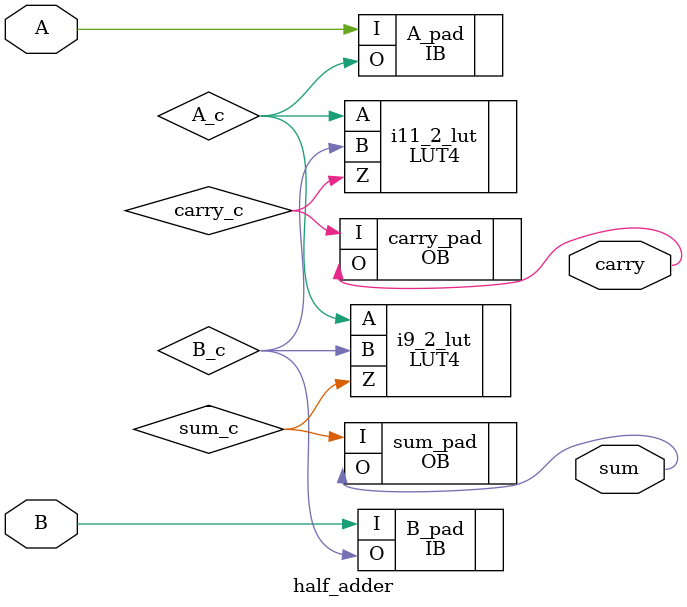
<source format=v>

module half_adder (A, B, sum, carry);   // d:/rtl_fpga/verilog/aula15_mux/half_adder_behavioral.vhd(5[8:18])
    input A;   // d:/rtl_fpga/verilog/aula15_mux/half_adder_behavioral.vhd(8[4:5])
    input B;   // d:/rtl_fpga/verilog/aula15_mux/half_adder_behavioral.vhd(8[6:7])
    output sum;   // d:/rtl_fpga/verilog/aula15_mux/half_adder_behavioral.vhd(9[4:7])
    output carry;   // d:/rtl_fpga/verilog/aula15_mux/half_adder_behavioral.vhd(9[8:13])
    
    
    wire A_c, B_c, sum_c, carry_c, GND_net, VCC_net;
    
    VLO i32 (.Z(GND_net));
    OB sum_pad (.I(sum_c), .O(sum));   // d:/rtl_fpga/verilog/aula15_mux/half_adder_behavioral.vhd(9[4:7])
    PUR PUR_INST (.PUR(VCC_net));
    defparam PUR_INST.RST_PULSE = 1;
    GSR GSR_INST (.GSR(VCC_net));
    IB B_pad (.I(B), .O(B_c));   // d:/rtl_fpga/verilog/aula15_mux/half_adder_behavioral.vhd(8[6:7])
    IB A_pad (.I(A), .O(A_c));   // d:/rtl_fpga/verilog/aula15_mux/half_adder_behavioral.vhd(8[4:5])
    OB carry_pad (.I(carry_c), .O(carry));   // d:/rtl_fpga/verilog/aula15_mux/half_adder_behavioral.vhd(9[8:13])
    LUT4 i9_2_lut (.A(A_c), .B(B_c), .Z(sum_c)) /* synthesis lut_function=(!(A (B)+!A !(B))) */ ;   // d:/rtl_fpga/verilog/aula15_mux/half_adder_behavioral.vhd(24[23:38])
    defparam i9_2_lut.init = 16'h6666;
    LUT4 i11_2_lut (.A(A_c), .B(B_c), .Z(carry_c)) /* synthesis lut_function=(A (B)) */ ;   // d:/rtl_fpga/verilog/aula15_mux/half_adder_behavioral.vhd(24[23:38])
    defparam i11_2_lut.init = 16'h8888;
    VHI i33 (.Z(VCC_net));
    
endmodule
//
// Verilog Description of module PUR
// module not written out since it is a black-box. 
//


</source>
